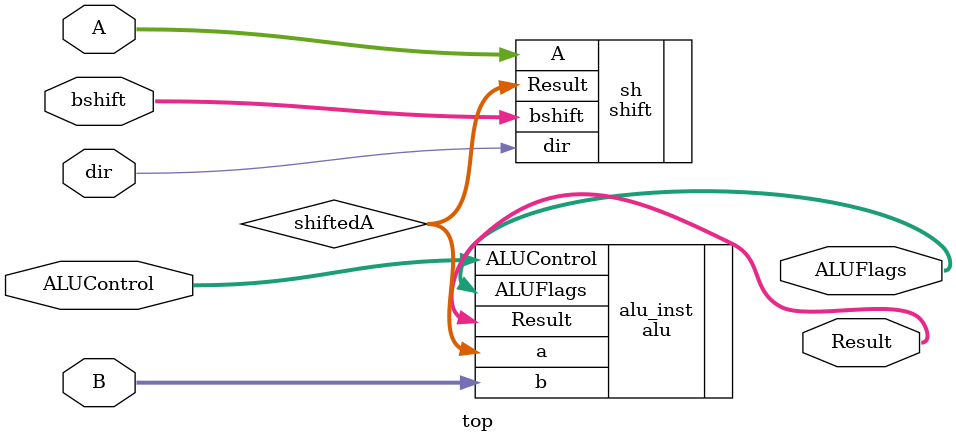
<source format=v>
module top (
    input [4:0] A,
    input [4:0] B,
    input [1:0] bshift,
    input dir,
    input [2:0] ALUControl,
    output [4:0] Result,
    output [3:0] ALUFlags
);

    wire [4:0] shiftedA;

    shift sh(
        .A(A),
        .bshift(bshift),
        .dir(dir),
        .Result(shiftedA)
    );

    alu alu_inst (
        .a(shiftedA),
        .b(B),
        .ALUControl(ALUControl),
        .Result(Result),
        .ALUFlags(ALUFlags)
    );

endmodule
</source>
